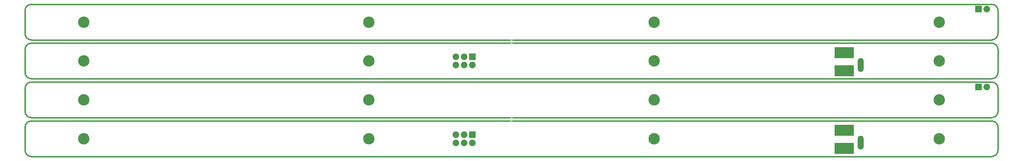
<source format=gbs>
G04 (created by PCBNEW (2013-jul-07)-stable) date Mi 26 Nov 2014 08:47:29 CET*
%MOIN*%
G04 Gerber Fmt 3.4, Leading zero omitted, Abs format*
%FSLAX34Y34*%
G01*
G70*
G90*
G04 APERTURE LIST*
%ADD10C,0.00590551*%
%ADD11C,0.015*%
%ADD12R,0.08X0.08*%
%ADD13C,0.08*%
%ADD14C,0.138504*%
%ADD15R,0.236535X0.13811*%
%ADD16O,0.0719685X0.171181*%
G04 APERTURE END LIST*
G54D10*
G54D11*
X117322Y-14173D02*
X59251Y-14173D01*
G54D10*
X58858Y-14173D02*
X59251Y-14173D01*
X58858Y-13779D02*
X59251Y-13779D01*
X58858Y-4724D02*
X59251Y-4724D01*
X58858Y-4330D02*
X59251Y-4330D01*
G54D11*
X787Y-9448D02*
G75*
G03X0Y-10236I0J-787D01*
G74*
G01*
X0Y-12992D02*
G75*
G03X787Y-13779I787J0D01*
G74*
G01*
X117322Y-13779D02*
G75*
G03X118110Y-12992I0J787D01*
G74*
G01*
X118110Y-10236D02*
G75*
G03X117322Y-9448I-787J0D01*
G74*
G01*
X118110Y-14960D02*
G75*
G03X117322Y-14173I-787J0D01*
G74*
G01*
X117322Y-18503D02*
G75*
G03X118110Y-17716I0J787D01*
G74*
G01*
X0Y-17716D02*
G75*
G03X787Y-18503I787J0D01*
G74*
G01*
X787Y-14173D02*
G75*
G03X0Y-14960I0J-787D01*
G74*
G01*
X787Y-9448D02*
X117322Y-9448D01*
X118110Y-10236D02*
X118110Y-12992D01*
X118110Y-14960D02*
X118110Y-17716D01*
X59251Y-13779D02*
X117322Y-13779D01*
X117322Y-18503D02*
X787Y-18503D01*
X0Y-17716D02*
X0Y-14960D01*
X0Y-12992D02*
X0Y-10236D01*
X787Y-13779D02*
X58858Y-13779D01*
X58858Y-14173D02*
X787Y-14173D01*
X58858Y-4724D02*
X787Y-4724D01*
X787Y-4330D02*
X58858Y-4330D01*
X0Y-3543D02*
X0Y-787D01*
X0Y-8267D02*
X0Y-5511D01*
X117322Y-9055D02*
X787Y-9055D01*
X117322Y-4724D02*
X59251Y-4724D01*
X59251Y-4330D02*
X117322Y-4330D01*
X118110Y-5511D02*
X118110Y-8267D01*
X118110Y-787D02*
X118110Y-3543D01*
X787Y0D02*
X117322Y0D01*
X787Y-4724D02*
G75*
G03X0Y-5511I0J-787D01*
G74*
G01*
X0Y-8267D02*
G75*
G03X787Y-9055I787J0D01*
G74*
G01*
X117322Y-9055D02*
G75*
G03X118110Y-8267I0J787D01*
G74*
G01*
X118110Y-5511D02*
G75*
G03X117322Y-4724I-787J0D01*
G74*
G01*
X118110Y-787D02*
G75*
G03X117322Y0I-787J0D01*
G74*
G01*
X117322Y-4330D02*
G75*
G03X118110Y-3543I0J787D01*
G74*
G01*
X0Y-3543D02*
G75*
G03X787Y-4330I787J0D01*
G74*
G01*
X787Y0D02*
G75*
G03X0Y-787I0J-787D01*
G74*
G01*
G54D12*
X54287Y-15838D03*
G54D13*
X54287Y-16838D03*
X53287Y-15838D03*
X53287Y-16838D03*
X52287Y-15838D03*
X52287Y-16838D03*
G54D12*
X115720Y-10039D03*
G54D13*
X116720Y-10039D03*
G54D14*
X76358Y-16338D03*
X76358Y-11614D03*
X7145Y-16338D03*
X41751Y-11614D03*
X41751Y-16338D03*
X110964Y-16338D03*
X110964Y-11614D03*
X7145Y-11614D03*
G54D15*
X99429Y-17519D03*
X99429Y-15316D03*
G54D16*
X101429Y-16816D03*
G54D15*
X99429Y-8070D03*
X99429Y-5867D03*
G54D16*
X101429Y-7367D03*
G54D14*
X7145Y-2165D03*
X110964Y-2165D03*
X110964Y-6889D03*
X41751Y-6889D03*
X41751Y-2165D03*
X7145Y-6889D03*
X76358Y-2165D03*
X76358Y-6889D03*
G54D12*
X115720Y-590D03*
G54D13*
X116720Y-590D03*
G54D12*
X54287Y-6389D03*
G54D13*
X54287Y-7389D03*
X53287Y-6389D03*
X53287Y-7389D03*
X52287Y-6389D03*
X52287Y-7389D03*
M02*

</source>
